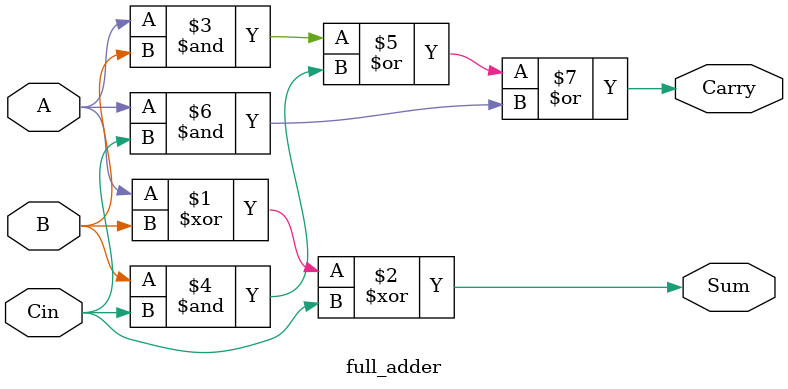
<source format=v>
`timescale 1ns / 1ps


module full_adder(
      input A,
      input B,
      input Cin,
      output Sum,
      output Carry
    );
      assign Sum = A ^ B ^ Cin;
      assign Carry = (A & B) | (B & Cin) | (A & Cin);
endmodule

</source>
